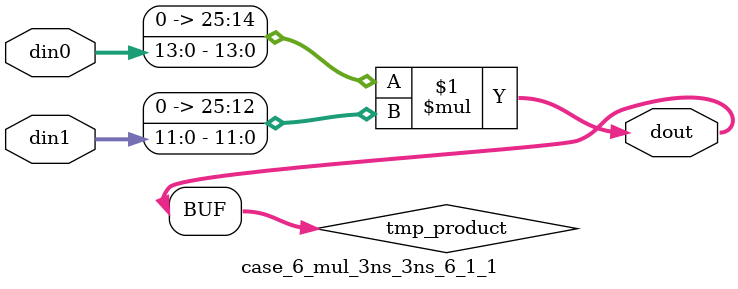
<source format=v>

`timescale 1 ns / 1 ps

 (* use_dsp = "no" *)  module case_6_mul_3ns_3ns_6_1_1(din0, din1, dout);
parameter ID = 1;
parameter NUM_STAGE = 0;
parameter din0_WIDTH = 14;
parameter din1_WIDTH = 12;
parameter dout_WIDTH = 26;

input [din0_WIDTH - 1 : 0] din0; 
input [din1_WIDTH - 1 : 0] din1; 
output [dout_WIDTH - 1 : 0] dout;

wire signed [dout_WIDTH - 1 : 0] tmp_product;
























assign tmp_product = $signed({1'b0, din0}) * $signed({1'b0, din1});











assign dout = tmp_product;





















endmodule

</source>
